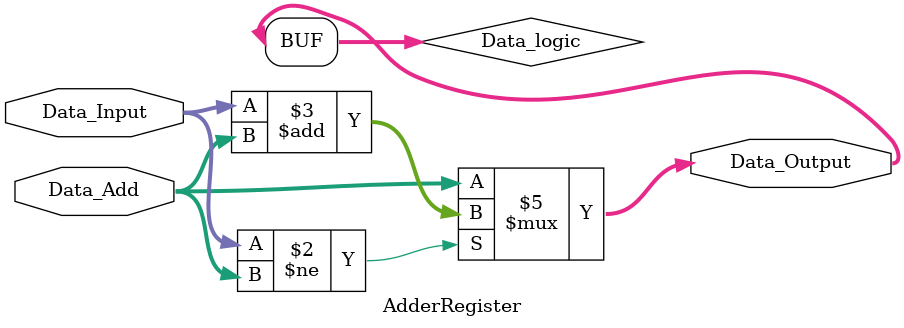
<source format=sv>
/******************************************************************* 
* Name:
*	AdderRegister.sv
* Description:
* 	This module realize an add of two inputs
* Inputs:
*	Data_Add, Data_Input
* Outputs:
* 	Data_Output
* Versión:  
*	1.0
* Author: 
*	Felipe Garcia & Diego Reyna
* Fecha: 
*	21/02/2018 
*********************************************************************/
module AdderRegister
#(
	parameter Word_Length = 16
)

(
	// Input Ports
	input [Word_Length-1:0] Data_Add,
	input [Word_Length-1:0] Data_Input,

	// Output Ports
	output [Word_Length-1:0] Data_Output
);

logic  [Word_Length-1:0] Data_logic;

always_comb begin
	if(Data_Input != Data_Add)
		Data_logic = Data_Input + Data_Add;
	else
		Data_logic = Data_Add;
end

assign Data_Output = Data_logic;

endmodule
</source>
